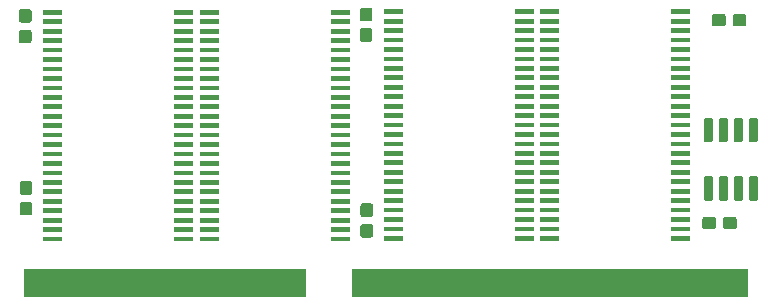
<source format=gbr>
G04 #@! TF.GenerationSoftware,KiCad,Pcbnew,5.1.5*
G04 #@! TF.CreationDate,2020-05-24T12:25:34+08:00*
G04 #@! TF.ProjectId,EDO RAM Stick Recreated,45444f20-5241-44d2-9053-7469636b2052,01*
G04 #@! TF.SameCoordinates,Original*
G04 #@! TF.FileFunction,Soldermask,Top*
G04 #@! TF.FilePolarity,Negative*
%FSLAX46Y46*%
G04 Gerber Fmt 4.6, Leading zero omitted, Abs format (unit mm)*
G04 Created by KiCad (PCBNEW 5.1.5) date 2020-05-24 12:25:34*
%MOMM*%
%LPD*%
G04 APERTURE LIST*
%ADD10C,0.100000*%
G04 APERTURE END LIST*
D10*
G36*
X91497699Y-76797599D02*
G01*
X67595699Y-76797599D01*
X67595699Y-74395599D01*
X91497699Y-74395599D01*
X91497699Y-76797599D01*
G37*
G36*
X128897699Y-76797599D02*
G01*
X95395699Y-76797599D01*
X95395699Y-74395599D01*
X128897699Y-74395599D01*
X128897699Y-76797599D01*
G37*
G36*
X84103400Y-72081800D02*
G01*
X82501400Y-72081800D01*
X82501400Y-71679800D01*
X84103400Y-71679800D01*
X84103400Y-72081800D01*
G37*
G36*
X95203400Y-72081800D02*
G01*
X93601400Y-72081800D01*
X93601400Y-71679800D01*
X95203400Y-71679800D01*
X95203400Y-72081800D01*
G37*
G36*
X81944600Y-72081800D02*
G01*
X80342600Y-72081800D01*
X80342600Y-71679800D01*
X81944600Y-71679800D01*
X81944600Y-72081800D01*
G37*
G36*
X70844600Y-72081800D02*
G01*
X69242600Y-72081800D01*
X69242600Y-71679800D01*
X70844600Y-71679800D01*
X70844600Y-72081800D01*
G37*
G36*
X112907000Y-72031000D02*
G01*
X111305000Y-72031000D01*
X111305000Y-71629000D01*
X112907000Y-71629000D01*
X112907000Y-72031000D01*
G37*
G36*
X110799000Y-72031000D02*
G01*
X109197000Y-72031000D01*
X109197000Y-71629000D01*
X110799000Y-71629000D01*
X110799000Y-72031000D01*
G37*
G36*
X99699000Y-72031000D02*
G01*
X98097000Y-72031000D01*
X98097000Y-71629000D01*
X99699000Y-71629000D01*
X99699000Y-72031000D01*
G37*
G36*
X124007000Y-72031000D02*
G01*
X122405000Y-72031000D01*
X122405000Y-71629000D01*
X124007000Y-71629000D01*
X124007000Y-72031000D01*
G37*
G36*
X96986099Y-70610645D02*
G01*
X97023595Y-70622020D01*
X97058154Y-70640492D01*
X97088447Y-70665353D01*
X97113308Y-70695646D01*
X97131780Y-70730205D01*
X97143155Y-70767701D01*
X97147600Y-70812838D01*
X97147600Y-71551562D01*
X97143155Y-71596699D01*
X97131780Y-71634195D01*
X97113308Y-71668754D01*
X97088447Y-71699047D01*
X97058154Y-71723908D01*
X97023595Y-71742380D01*
X96986099Y-71753755D01*
X96940962Y-71758200D01*
X96302238Y-71758200D01*
X96257101Y-71753755D01*
X96219605Y-71742380D01*
X96185046Y-71723908D01*
X96154753Y-71699047D01*
X96129892Y-71668754D01*
X96111420Y-71634195D01*
X96100045Y-71596699D01*
X96095600Y-71551562D01*
X96095600Y-70812838D01*
X96100045Y-70767701D01*
X96111420Y-70730205D01*
X96129892Y-70695646D01*
X96154753Y-70665353D01*
X96185046Y-70640492D01*
X96219605Y-70622020D01*
X96257101Y-70610645D01*
X96302238Y-70606200D01*
X96940962Y-70606200D01*
X96986099Y-70610645D01*
G37*
G36*
X81944600Y-71281800D02*
G01*
X80342600Y-71281800D01*
X80342600Y-70879800D01*
X81944600Y-70879800D01*
X81944600Y-71281800D01*
G37*
G36*
X95203400Y-71281800D02*
G01*
X93601400Y-71281800D01*
X93601400Y-70879800D01*
X95203400Y-70879800D01*
X95203400Y-71281800D01*
G37*
G36*
X70844600Y-71281800D02*
G01*
X69242600Y-71281800D01*
X69242600Y-70879800D01*
X70844600Y-70879800D01*
X70844600Y-71281800D01*
G37*
G36*
X84103400Y-71281800D02*
G01*
X82501400Y-71281800D01*
X82501400Y-70879800D01*
X84103400Y-70879800D01*
X84103400Y-71281800D01*
G37*
G36*
X124007000Y-71231000D02*
G01*
X122405000Y-71231000D01*
X122405000Y-70829000D01*
X124007000Y-70829000D01*
X124007000Y-71231000D01*
G37*
G36*
X112907000Y-71231000D02*
G01*
X111305000Y-71231000D01*
X111305000Y-70829000D01*
X112907000Y-70829000D01*
X112907000Y-71231000D01*
G37*
G36*
X110799000Y-71231000D02*
G01*
X109197000Y-71231000D01*
X109197000Y-70829000D01*
X110799000Y-70829000D01*
X110799000Y-71231000D01*
G37*
G36*
X99699000Y-71231000D02*
G01*
X98097000Y-71231000D01*
X98097000Y-70829000D01*
X99699000Y-70829000D01*
X99699000Y-71231000D01*
G37*
G36*
X127781499Y-69988845D02*
G01*
X127818995Y-70000220D01*
X127853554Y-70018692D01*
X127883847Y-70043553D01*
X127908708Y-70073846D01*
X127927180Y-70108405D01*
X127938555Y-70145901D01*
X127943000Y-70191038D01*
X127943000Y-70829762D01*
X127938555Y-70874899D01*
X127927180Y-70912395D01*
X127908708Y-70946954D01*
X127883847Y-70977247D01*
X127853554Y-71002108D01*
X127818995Y-71020580D01*
X127781499Y-71031955D01*
X127736362Y-71036400D01*
X126997638Y-71036400D01*
X126952501Y-71031955D01*
X126915005Y-71020580D01*
X126880446Y-71002108D01*
X126850153Y-70977247D01*
X126825292Y-70946954D01*
X126806820Y-70912395D01*
X126795445Y-70874899D01*
X126791000Y-70829762D01*
X126791000Y-70191038D01*
X126795445Y-70145901D01*
X126806820Y-70108405D01*
X126825292Y-70073846D01*
X126850153Y-70043553D01*
X126880446Y-70018692D01*
X126915005Y-70000220D01*
X126952501Y-69988845D01*
X126997638Y-69984400D01*
X127736362Y-69984400D01*
X127781499Y-69988845D01*
G37*
G36*
X126031499Y-69988845D02*
G01*
X126068995Y-70000220D01*
X126103554Y-70018692D01*
X126133847Y-70043553D01*
X126158708Y-70073846D01*
X126177180Y-70108405D01*
X126188555Y-70145901D01*
X126193000Y-70191038D01*
X126193000Y-70829762D01*
X126188555Y-70874899D01*
X126177180Y-70912395D01*
X126158708Y-70946954D01*
X126133847Y-70977247D01*
X126103554Y-71002108D01*
X126068995Y-71020580D01*
X126031499Y-71031955D01*
X125986362Y-71036400D01*
X125247638Y-71036400D01*
X125202501Y-71031955D01*
X125165005Y-71020580D01*
X125130446Y-71002108D01*
X125100153Y-70977247D01*
X125075292Y-70946954D01*
X125056820Y-70912395D01*
X125045445Y-70874899D01*
X125041000Y-70829762D01*
X125041000Y-70191038D01*
X125045445Y-70145901D01*
X125056820Y-70108405D01*
X125075292Y-70073846D01*
X125100153Y-70043553D01*
X125130446Y-70018692D01*
X125165005Y-70000220D01*
X125202501Y-69988845D01*
X125247638Y-69984400D01*
X125986362Y-69984400D01*
X126031499Y-69988845D01*
G37*
G36*
X70844600Y-70481800D02*
G01*
X69242600Y-70481800D01*
X69242600Y-70079800D01*
X70844600Y-70079800D01*
X70844600Y-70481800D01*
G37*
G36*
X81944600Y-70481800D02*
G01*
X80342600Y-70481800D01*
X80342600Y-70079800D01*
X81944600Y-70079800D01*
X81944600Y-70481800D01*
G37*
G36*
X84103400Y-70481800D02*
G01*
X82501400Y-70481800D01*
X82501400Y-70079800D01*
X84103400Y-70079800D01*
X84103400Y-70481800D01*
G37*
G36*
X95203400Y-70481800D02*
G01*
X93601400Y-70481800D01*
X93601400Y-70079800D01*
X95203400Y-70079800D01*
X95203400Y-70481800D01*
G37*
G36*
X112907000Y-70431000D02*
G01*
X111305000Y-70431000D01*
X111305000Y-70029000D01*
X112907000Y-70029000D01*
X112907000Y-70431000D01*
G37*
G36*
X124007000Y-70431000D02*
G01*
X122405000Y-70431000D01*
X122405000Y-70029000D01*
X124007000Y-70029000D01*
X124007000Y-70431000D01*
G37*
G36*
X110799000Y-70431000D02*
G01*
X109197000Y-70431000D01*
X109197000Y-70029000D01*
X110799000Y-70029000D01*
X110799000Y-70431000D01*
G37*
G36*
X99699000Y-70431000D02*
G01*
X98097000Y-70431000D01*
X98097000Y-70029000D01*
X99699000Y-70029000D01*
X99699000Y-70431000D01*
G37*
G36*
X96986099Y-68860645D02*
G01*
X97023595Y-68872020D01*
X97058154Y-68890492D01*
X97088447Y-68915353D01*
X97113308Y-68945646D01*
X97131780Y-68980205D01*
X97143155Y-69017701D01*
X97147600Y-69062838D01*
X97147600Y-69801562D01*
X97143155Y-69846699D01*
X97131780Y-69884195D01*
X97113308Y-69918754D01*
X97088447Y-69949047D01*
X97058154Y-69973908D01*
X97023595Y-69992380D01*
X96986099Y-70003755D01*
X96940962Y-70008200D01*
X96302238Y-70008200D01*
X96257101Y-70003755D01*
X96219605Y-69992380D01*
X96185046Y-69973908D01*
X96154753Y-69949047D01*
X96129892Y-69918754D01*
X96111420Y-69884195D01*
X96100045Y-69846699D01*
X96095600Y-69801562D01*
X96095600Y-69062838D01*
X96100045Y-69017701D01*
X96111420Y-68980205D01*
X96129892Y-68945646D01*
X96154753Y-68915353D01*
X96185046Y-68890492D01*
X96219605Y-68872020D01*
X96257101Y-68860645D01*
X96302238Y-68856200D01*
X96940962Y-68856200D01*
X96986099Y-68860645D01*
G37*
G36*
X68131699Y-68731045D02*
G01*
X68169195Y-68742420D01*
X68203754Y-68760892D01*
X68234047Y-68785753D01*
X68258908Y-68816046D01*
X68277380Y-68850605D01*
X68288755Y-68888101D01*
X68293200Y-68933238D01*
X68293200Y-69671962D01*
X68288755Y-69717099D01*
X68277380Y-69754595D01*
X68258908Y-69789154D01*
X68234047Y-69819447D01*
X68203754Y-69844308D01*
X68169195Y-69862780D01*
X68131699Y-69874155D01*
X68086562Y-69878600D01*
X67447838Y-69878600D01*
X67402701Y-69874155D01*
X67365205Y-69862780D01*
X67330646Y-69844308D01*
X67300353Y-69819447D01*
X67275492Y-69789154D01*
X67257020Y-69754595D01*
X67245645Y-69717099D01*
X67241200Y-69671962D01*
X67241200Y-68933238D01*
X67245645Y-68888101D01*
X67257020Y-68850605D01*
X67275492Y-68816046D01*
X67300353Y-68785753D01*
X67330646Y-68760892D01*
X67365205Y-68742420D01*
X67402701Y-68731045D01*
X67447838Y-68726600D01*
X68086562Y-68726600D01*
X68131699Y-68731045D01*
G37*
G36*
X81944600Y-69681800D02*
G01*
X80342600Y-69681800D01*
X80342600Y-69279800D01*
X81944600Y-69279800D01*
X81944600Y-69681800D01*
G37*
G36*
X84103400Y-69681800D02*
G01*
X82501400Y-69681800D01*
X82501400Y-69279800D01*
X84103400Y-69279800D01*
X84103400Y-69681800D01*
G37*
G36*
X95203400Y-69681800D02*
G01*
X93601400Y-69681800D01*
X93601400Y-69279800D01*
X95203400Y-69279800D01*
X95203400Y-69681800D01*
G37*
G36*
X70844600Y-69681800D02*
G01*
X69242600Y-69681800D01*
X69242600Y-69279800D01*
X70844600Y-69279800D01*
X70844600Y-69681800D01*
G37*
G36*
X99699000Y-69631000D02*
G01*
X98097000Y-69631000D01*
X98097000Y-69229000D01*
X99699000Y-69229000D01*
X99699000Y-69631000D01*
G37*
G36*
X112907000Y-69631000D02*
G01*
X111305000Y-69631000D01*
X111305000Y-69229000D01*
X112907000Y-69229000D01*
X112907000Y-69631000D01*
G37*
G36*
X110799000Y-69631000D02*
G01*
X109197000Y-69631000D01*
X109197000Y-69229000D01*
X110799000Y-69229000D01*
X110799000Y-69631000D01*
G37*
G36*
X124007000Y-69631000D02*
G01*
X122405000Y-69631000D01*
X122405000Y-69229000D01*
X124007000Y-69229000D01*
X124007000Y-69631000D01*
G37*
G36*
X84103400Y-68881800D02*
G01*
X82501400Y-68881800D01*
X82501400Y-68479800D01*
X84103400Y-68479800D01*
X84103400Y-68881800D01*
G37*
G36*
X70844600Y-68881800D02*
G01*
X69242600Y-68881800D01*
X69242600Y-68479800D01*
X70844600Y-68479800D01*
X70844600Y-68881800D01*
G37*
G36*
X81944600Y-68881800D02*
G01*
X80342600Y-68881800D01*
X80342600Y-68479800D01*
X81944600Y-68479800D01*
X81944600Y-68881800D01*
G37*
G36*
X95203400Y-68881800D02*
G01*
X93601400Y-68881800D01*
X93601400Y-68479800D01*
X95203400Y-68479800D01*
X95203400Y-68881800D01*
G37*
G36*
X112907000Y-68831000D02*
G01*
X111305000Y-68831000D01*
X111305000Y-68429000D01*
X112907000Y-68429000D01*
X112907000Y-68831000D01*
G37*
G36*
X124007000Y-68831000D02*
G01*
X122405000Y-68831000D01*
X122405000Y-68429000D01*
X124007000Y-68429000D01*
X124007000Y-68831000D01*
G37*
G36*
X110799000Y-68831000D02*
G01*
X109197000Y-68831000D01*
X109197000Y-68429000D01*
X110799000Y-68429000D01*
X110799000Y-68831000D01*
G37*
G36*
X99699000Y-68831000D02*
G01*
X98097000Y-68831000D01*
X98097000Y-68429000D01*
X99699000Y-68429000D01*
X99699000Y-68831000D01*
G37*
G36*
X127082128Y-66577364D02*
G01*
X127103209Y-66583760D01*
X127122645Y-66594148D01*
X127139676Y-66608124D01*
X127153652Y-66625155D01*
X127164040Y-66644591D01*
X127170436Y-66665672D01*
X127173200Y-66693740D01*
X127173200Y-68507460D01*
X127170436Y-68535528D01*
X127164040Y-68556609D01*
X127153652Y-68576045D01*
X127139676Y-68593076D01*
X127122645Y-68607052D01*
X127103209Y-68617440D01*
X127082128Y-68623836D01*
X127054060Y-68626600D01*
X126590340Y-68626600D01*
X126562272Y-68623836D01*
X126541191Y-68617440D01*
X126521755Y-68607052D01*
X126504724Y-68593076D01*
X126490748Y-68576045D01*
X126480360Y-68556609D01*
X126473964Y-68535528D01*
X126471200Y-68507460D01*
X126471200Y-66693740D01*
X126473964Y-66665672D01*
X126480360Y-66644591D01*
X126490748Y-66625155D01*
X126504724Y-66608124D01*
X126521755Y-66594148D01*
X126541191Y-66583760D01*
X126562272Y-66577364D01*
X126590340Y-66574600D01*
X127054060Y-66574600D01*
X127082128Y-66577364D01*
G37*
G36*
X125812128Y-66577364D02*
G01*
X125833209Y-66583760D01*
X125852645Y-66594148D01*
X125869676Y-66608124D01*
X125883652Y-66625155D01*
X125894040Y-66644591D01*
X125900436Y-66665672D01*
X125903200Y-66693740D01*
X125903200Y-68507460D01*
X125900436Y-68535528D01*
X125894040Y-68556609D01*
X125883652Y-68576045D01*
X125869676Y-68593076D01*
X125852645Y-68607052D01*
X125833209Y-68617440D01*
X125812128Y-68623836D01*
X125784060Y-68626600D01*
X125320340Y-68626600D01*
X125292272Y-68623836D01*
X125271191Y-68617440D01*
X125251755Y-68607052D01*
X125234724Y-68593076D01*
X125220748Y-68576045D01*
X125210360Y-68556609D01*
X125203964Y-68535528D01*
X125201200Y-68507460D01*
X125201200Y-66693740D01*
X125203964Y-66665672D01*
X125210360Y-66644591D01*
X125220748Y-66625155D01*
X125234724Y-66608124D01*
X125251755Y-66594148D01*
X125271191Y-66583760D01*
X125292272Y-66577364D01*
X125320340Y-66574600D01*
X125784060Y-66574600D01*
X125812128Y-66577364D01*
G37*
G36*
X129622128Y-66577364D02*
G01*
X129643209Y-66583760D01*
X129662645Y-66594148D01*
X129679676Y-66608124D01*
X129693652Y-66625155D01*
X129704040Y-66644591D01*
X129710436Y-66665672D01*
X129713200Y-66693740D01*
X129713200Y-68507460D01*
X129710436Y-68535528D01*
X129704040Y-68556609D01*
X129693652Y-68576045D01*
X129679676Y-68593076D01*
X129662645Y-68607052D01*
X129643209Y-68617440D01*
X129622128Y-68623836D01*
X129594060Y-68626600D01*
X129130340Y-68626600D01*
X129102272Y-68623836D01*
X129081191Y-68617440D01*
X129061755Y-68607052D01*
X129044724Y-68593076D01*
X129030748Y-68576045D01*
X129020360Y-68556609D01*
X129013964Y-68535528D01*
X129011200Y-68507460D01*
X129011200Y-66693740D01*
X129013964Y-66665672D01*
X129020360Y-66644591D01*
X129030748Y-66625155D01*
X129044724Y-66608124D01*
X129061755Y-66594148D01*
X129081191Y-66583760D01*
X129102272Y-66577364D01*
X129130340Y-66574600D01*
X129594060Y-66574600D01*
X129622128Y-66577364D01*
G37*
G36*
X128352128Y-66577364D02*
G01*
X128373209Y-66583760D01*
X128392645Y-66594148D01*
X128409676Y-66608124D01*
X128423652Y-66625155D01*
X128434040Y-66644591D01*
X128440436Y-66665672D01*
X128443200Y-66693740D01*
X128443200Y-68507460D01*
X128440436Y-68535528D01*
X128434040Y-68556609D01*
X128423652Y-68576045D01*
X128409676Y-68593076D01*
X128392645Y-68607052D01*
X128373209Y-68617440D01*
X128352128Y-68623836D01*
X128324060Y-68626600D01*
X127860340Y-68626600D01*
X127832272Y-68623836D01*
X127811191Y-68617440D01*
X127791755Y-68607052D01*
X127774724Y-68593076D01*
X127760748Y-68576045D01*
X127750360Y-68556609D01*
X127743964Y-68535528D01*
X127741200Y-68507460D01*
X127741200Y-66693740D01*
X127743964Y-66665672D01*
X127750360Y-66644591D01*
X127760748Y-66625155D01*
X127774724Y-66608124D01*
X127791755Y-66594148D01*
X127811191Y-66583760D01*
X127832272Y-66577364D01*
X127860340Y-66574600D01*
X128324060Y-66574600D01*
X128352128Y-66577364D01*
G37*
G36*
X68131699Y-66981045D02*
G01*
X68169195Y-66992420D01*
X68203754Y-67010892D01*
X68234047Y-67035753D01*
X68258908Y-67066046D01*
X68277380Y-67100605D01*
X68288755Y-67138101D01*
X68293200Y-67183238D01*
X68293200Y-67921962D01*
X68288755Y-67967099D01*
X68277380Y-68004595D01*
X68258908Y-68039154D01*
X68234047Y-68069447D01*
X68203754Y-68094308D01*
X68169195Y-68112780D01*
X68131699Y-68124155D01*
X68086562Y-68128600D01*
X67447838Y-68128600D01*
X67402701Y-68124155D01*
X67365205Y-68112780D01*
X67330646Y-68094308D01*
X67300353Y-68069447D01*
X67275492Y-68039154D01*
X67257020Y-68004595D01*
X67245645Y-67967099D01*
X67241200Y-67921962D01*
X67241200Y-67183238D01*
X67245645Y-67138101D01*
X67257020Y-67100605D01*
X67275492Y-67066046D01*
X67300353Y-67035753D01*
X67330646Y-67010892D01*
X67365205Y-66992420D01*
X67402701Y-66981045D01*
X67447838Y-66976600D01*
X68086562Y-66976600D01*
X68131699Y-66981045D01*
G37*
G36*
X70844600Y-68081800D02*
G01*
X69242600Y-68081800D01*
X69242600Y-67679800D01*
X70844600Y-67679800D01*
X70844600Y-68081800D01*
G37*
G36*
X81944600Y-68081800D02*
G01*
X80342600Y-68081800D01*
X80342600Y-67679800D01*
X81944600Y-67679800D01*
X81944600Y-68081800D01*
G37*
G36*
X84103400Y-68081800D02*
G01*
X82501400Y-68081800D01*
X82501400Y-67679800D01*
X84103400Y-67679800D01*
X84103400Y-68081800D01*
G37*
G36*
X95203400Y-68081800D02*
G01*
X93601400Y-68081800D01*
X93601400Y-67679800D01*
X95203400Y-67679800D01*
X95203400Y-68081800D01*
G37*
G36*
X99699000Y-68031000D02*
G01*
X98097000Y-68031000D01*
X98097000Y-67629000D01*
X99699000Y-67629000D01*
X99699000Y-68031000D01*
G37*
G36*
X110799000Y-68031000D02*
G01*
X109197000Y-68031000D01*
X109197000Y-67629000D01*
X110799000Y-67629000D01*
X110799000Y-68031000D01*
G37*
G36*
X112907000Y-68031000D02*
G01*
X111305000Y-68031000D01*
X111305000Y-67629000D01*
X112907000Y-67629000D01*
X112907000Y-68031000D01*
G37*
G36*
X124007000Y-68031000D02*
G01*
X122405000Y-68031000D01*
X122405000Y-67629000D01*
X124007000Y-67629000D01*
X124007000Y-68031000D01*
G37*
G36*
X81944600Y-67281800D02*
G01*
X80342600Y-67281800D01*
X80342600Y-66879800D01*
X81944600Y-66879800D01*
X81944600Y-67281800D01*
G37*
G36*
X70844600Y-67281800D02*
G01*
X69242600Y-67281800D01*
X69242600Y-66879800D01*
X70844600Y-66879800D01*
X70844600Y-67281800D01*
G37*
G36*
X84103400Y-67281800D02*
G01*
X82501400Y-67281800D01*
X82501400Y-66879800D01*
X84103400Y-66879800D01*
X84103400Y-67281800D01*
G37*
G36*
X95203400Y-67281800D02*
G01*
X93601400Y-67281800D01*
X93601400Y-66879800D01*
X95203400Y-66879800D01*
X95203400Y-67281800D01*
G37*
G36*
X110799000Y-67231000D02*
G01*
X109197000Y-67231000D01*
X109197000Y-66829000D01*
X110799000Y-66829000D01*
X110799000Y-67231000D01*
G37*
G36*
X99699000Y-67231000D02*
G01*
X98097000Y-67231000D01*
X98097000Y-66829000D01*
X99699000Y-66829000D01*
X99699000Y-67231000D01*
G37*
G36*
X112907000Y-67231000D02*
G01*
X111305000Y-67231000D01*
X111305000Y-66829000D01*
X112907000Y-66829000D01*
X112907000Y-67231000D01*
G37*
G36*
X124007000Y-67231000D02*
G01*
X122405000Y-67231000D01*
X122405000Y-66829000D01*
X124007000Y-66829000D01*
X124007000Y-67231000D01*
G37*
G36*
X70844600Y-66481800D02*
G01*
X69242600Y-66481800D01*
X69242600Y-66079800D01*
X70844600Y-66079800D01*
X70844600Y-66481800D01*
G37*
G36*
X84103400Y-66481800D02*
G01*
X82501400Y-66481800D01*
X82501400Y-66079800D01*
X84103400Y-66079800D01*
X84103400Y-66481800D01*
G37*
G36*
X81944600Y-66481800D02*
G01*
X80342600Y-66481800D01*
X80342600Y-66079800D01*
X81944600Y-66079800D01*
X81944600Y-66481800D01*
G37*
G36*
X95203400Y-66481800D02*
G01*
X93601400Y-66481800D01*
X93601400Y-66079800D01*
X95203400Y-66079800D01*
X95203400Y-66481800D01*
G37*
G36*
X110799000Y-66431000D02*
G01*
X109197000Y-66431000D01*
X109197000Y-66029000D01*
X110799000Y-66029000D01*
X110799000Y-66431000D01*
G37*
G36*
X99699000Y-66431000D02*
G01*
X98097000Y-66431000D01*
X98097000Y-66029000D01*
X99699000Y-66029000D01*
X99699000Y-66431000D01*
G37*
G36*
X112907000Y-66431000D02*
G01*
X111305000Y-66431000D01*
X111305000Y-66029000D01*
X112907000Y-66029000D01*
X112907000Y-66431000D01*
G37*
G36*
X124007000Y-66431000D02*
G01*
X122405000Y-66431000D01*
X122405000Y-66029000D01*
X124007000Y-66029000D01*
X124007000Y-66431000D01*
G37*
G36*
X81944600Y-65681800D02*
G01*
X80342600Y-65681800D01*
X80342600Y-65279800D01*
X81944600Y-65279800D01*
X81944600Y-65681800D01*
G37*
G36*
X95203400Y-65681800D02*
G01*
X93601400Y-65681800D01*
X93601400Y-65279800D01*
X95203400Y-65279800D01*
X95203400Y-65681800D01*
G37*
G36*
X70844600Y-65681800D02*
G01*
X69242600Y-65681800D01*
X69242600Y-65279800D01*
X70844600Y-65279800D01*
X70844600Y-65681800D01*
G37*
G36*
X84103400Y-65681800D02*
G01*
X82501400Y-65681800D01*
X82501400Y-65279800D01*
X84103400Y-65279800D01*
X84103400Y-65681800D01*
G37*
G36*
X112907000Y-65631000D02*
G01*
X111305000Y-65631000D01*
X111305000Y-65229000D01*
X112907000Y-65229000D01*
X112907000Y-65631000D01*
G37*
G36*
X99699000Y-65631000D02*
G01*
X98097000Y-65631000D01*
X98097000Y-65229000D01*
X99699000Y-65229000D01*
X99699000Y-65631000D01*
G37*
G36*
X124007000Y-65631000D02*
G01*
X122405000Y-65631000D01*
X122405000Y-65229000D01*
X124007000Y-65229000D01*
X124007000Y-65631000D01*
G37*
G36*
X110799000Y-65631000D02*
G01*
X109197000Y-65631000D01*
X109197000Y-65229000D01*
X110799000Y-65229000D01*
X110799000Y-65631000D01*
G37*
G36*
X81944600Y-64881800D02*
G01*
X80342600Y-64881800D01*
X80342600Y-64479800D01*
X81944600Y-64479800D01*
X81944600Y-64881800D01*
G37*
G36*
X84103400Y-64881800D02*
G01*
X82501400Y-64881800D01*
X82501400Y-64479800D01*
X84103400Y-64479800D01*
X84103400Y-64881800D01*
G37*
G36*
X95203400Y-64881800D02*
G01*
X93601400Y-64881800D01*
X93601400Y-64479800D01*
X95203400Y-64479800D01*
X95203400Y-64881800D01*
G37*
G36*
X70844600Y-64881800D02*
G01*
X69242600Y-64881800D01*
X69242600Y-64479800D01*
X70844600Y-64479800D01*
X70844600Y-64881800D01*
G37*
G36*
X99699000Y-64831000D02*
G01*
X98097000Y-64831000D01*
X98097000Y-64429000D01*
X99699000Y-64429000D01*
X99699000Y-64831000D01*
G37*
G36*
X110799000Y-64831000D02*
G01*
X109197000Y-64831000D01*
X109197000Y-64429000D01*
X110799000Y-64429000D01*
X110799000Y-64831000D01*
G37*
G36*
X112907000Y-64831000D02*
G01*
X111305000Y-64831000D01*
X111305000Y-64429000D01*
X112907000Y-64429000D01*
X112907000Y-64831000D01*
G37*
G36*
X124007000Y-64831000D02*
G01*
X122405000Y-64831000D01*
X122405000Y-64429000D01*
X124007000Y-64429000D01*
X124007000Y-64831000D01*
G37*
G36*
X81944600Y-64081800D02*
G01*
X80342600Y-64081800D01*
X80342600Y-63679800D01*
X81944600Y-63679800D01*
X81944600Y-64081800D01*
G37*
G36*
X70844600Y-64081800D02*
G01*
X69242600Y-64081800D01*
X69242600Y-63679800D01*
X70844600Y-63679800D01*
X70844600Y-64081800D01*
G37*
G36*
X95203400Y-64081800D02*
G01*
X93601400Y-64081800D01*
X93601400Y-63679800D01*
X95203400Y-63679800D01*
X95203400Y-64081800D01*
G37*
G36*
X84103400Y-64081800D02*
G01*
X82501400Y-64081800D01*
X82501400Y-63679800D01*
X84103400Y-63679800D01*
X84103400Y-64081800D01*
G37*
G36*
X124007000Y-64031000D02*
G01*
X122405000Y-64031000D01*
X122405000Y-63629000D01*
X124007000Y-63629000D01*
X124007000Y-64031000D01*
G37*
G36*
X99699000Y-64031000D02*
G01*
X98097000Y-64031000D01*
X98097000Y-63629000D01*
X99699000Y-63629000D01*
X99699000Y-64031000D01*
G37*
G36*
X110799000Y-64031000D02*
G01*
X109197000Y-64031000D01*
X109197000Y-63629000D01*
X110799000Y-63629000D01*
X110799000Y-64031000D01*
G37*
G36*
X112907000Y-64031000D02*
G01*
X111305000Y-64031000D01*
X111305000Y-63629000D01*
X112907000Y-63629000D01*
X112907000Y-64031000D01*
G37*
G36*
X129622128Y-61627364D02*
G01*
X129643209Y-61633760D01*
X129662645Y-61644148D01*
X129679676Y-61658124D01*
X129693652Y-61675155D01*
X129704040Y-61694591D01*
X129710436Y-61715672D01*
X129713200Y-61743740D01*
X129713200Y-63557460D01*
X129710436Y-63585528D01*
X129704040Y-63606609D01*
X129693652Y-63626045D01*
X129679676Y-63643076D01*
X129662645Y-63657052D01*
X129643209Y-63667440D01*
X129622128Y-63673836D01*
X129594060Y-63676600D01*
X129130340Y-63676600D01*
X129102272Y-63673836D01*
X129081191Y-63667440D01*
X129061755Y-63657052D01*
X129044724Y-63643076D01*
X129030748Y-63626045D01*
X129020360Y-63606609D01*
X129013964Y-63585528D01*
X129011200Y-63557460D01*
X129011200Y-61743740D01*
X129013964Y-61715672D01*
X129020360Y-61694591D01*
X129030748Y-61675155D01*
X129044724Y-61658124D01*
X129061755Y-61644148D01*
X129081191Y-61633760D01*
X129102272Y-61627364D01*
X129130340Y-61624600D01*
X129594060Y-61624600D01*
X129622128Y-61627364D01*
G37*
G36*
X128352128Y-61627364D02*
G01*
X128373209Y-61633760D01*
X128392645Y-61644148D01*
X128409676Y-61658124D01*
X128423652Y-61675155D01*
X128434040Y-61694591D01*
X128440436Y-61715672D01*
X128443200Y-61743740D01*
X128443200Y-63557460D01*
X128440436Y-63585528D01*
X128434040Y-63606609D01*
X128423652Y-63626045D01*
X128409676Y-63643076D01*
X128392645Y-63657052D01*
X128373209Y-63667440D01*
X128352128Y-63673836D01*
X128324060Y-63676600D01*
X127860340Y-63676600D01*
X127832272Y-63673836D01*
X127811191Y-63667440D01*
X127791755Y-63657052D01*
X127774724Y-63643076D01*
X127760748Y-63626045D01*
X127750360Y-63606609D01*
X127743964Y-63585528D01*
X127741200Y-63557460D01*
X127741200Y-61743740D01*
X127743964Y-61715672D01*
X127750360Y-61694591D01*
X127760748Y-61675155D01*
X127774724Y-61658124D01*
X127791755Y-61644148D01*
X127811191Y-61633760D01*
X127832272Y-61627364D01*
X127860340Y-61624600D01*
X128324060Y-61624600D01*
X128352128Y-61627364D01*
G37*
G36*
X127082128Y-61627364D02*
G01*
X127103209Y-61633760D01*
X127122645Y-61644148D01*
X127139676Y-61658124D01*
X127153652Y-61675155D01*
X127164040Y-61694591D01*
X127170436Y-61715672D01*
X127173200Y-61743740D01*
X127173200Y-63557460D01*
X127170436Y-63585528D01*
X127164040Y-63606609D01*
X127153652Y-63626045D01*
X127139676Y-63643076D01*
X127122645Y-63657052D01*
X127103209Y-63667440D01*
X127082128Y-63673836D01*
X127054060Y-63676600D01*
X126590340Y-63676600D01*
X126562272Y-63673836D01*
X126541191Y-63667440D01*
X126521755Y-63657052D01*
X126504724Y-63643076D01*
X126490748Y-63626045D01*
X126480360Y-63606609D01*
X126473964Y-63585528D01*
X126471200Y-63557460D01*
X126471200Y-61743740D01*
X126473964Y-61715672D01*
X126480360Y-61694591D01*
X126490748Y-61675155D01*
X126504724Y-61658124D01*
X126521755Y-61644148D01*
X126541191Y-61633760D01*
X126562272Y-61627364D01*
X126590340Y-61624600D01*
X127054060Y-61624600D01*
X127082128Y-61627364D01*
G37*
G36*
X125812128Y-61627364D02*
G01*
X125833209Y-61633760D01*
X125852645Y-61644148D01*
X125869676Y-61658124D01*
X125883652Y-61675155D01*
X125894040Y-61694591D01*
X125900436Y-61715672D01*
X125903200Y-61743740D01*
X125903200Y-63557460D01*
X125900436Y-63585528D01*
X125894040Y-63606609D01*
X125883652Y-63626045D01*
X125869676Y-63643076D01*
X125852645Y-63657052D01*
X125833209Y-63667440D01*
X125812128Y-63673836D01*
X125784060Y-63676600D01*
X125320340Y-63676600D01*
X125292272Y-63673836D01*
X125271191Y-63667440D01*
X125251755Y-63657052D01*
X125234724Y-63643076D01*
X125220748Y-63626045D01*
X125210360Y-63606609D01*
X125203964Y-63585528D01*
X125201200Y-63557460D01*
X125201200Y-61743740D01*
X125203964Y-61715672D01*
X125210360Y-61694591D01*
X125220748Y-61675155D01*
X125234724Y-61658124D01*
X125251755Y-61644148D01*
X125271191Y-61633760D01*
X125292272Y-61627364D01*
X125320340Y-61624600D01*
X125784060Y-61624600D01*
X125812128Y-61627364D01*
G37*
G36*
X70844600Y-63281800D02*
G01*
X69242600Y-63281800D01*
X69242600Y-62879800D01*
X70844600Y-62879800D01*
X70844600Y-63281800D01*
G37*
G36*
X81944600Y-63281800D02*
G01*
X80342600Y-63281800D01*
X80342600Y-62879800D01*
X81944600Y-62879800D01*
X81944600Y-63281800D01*
G37*
G36*
X95203400Y-63281800D02*
G01*
X93601400Y-63281800D01*
X93601400Y-62879800D01*
X95203400Y-62879800D01*
X95203400Y-63281800D01*
G37*
G36*
X84103400Y-63281800D02*
G01*
X82501400Y-63281800D01*
X82501400Y-62879800D01*
X84103400Y-62879800D01*
X84103400Y-63281800D01*
G37*
G36*
X110799000Y-63231000D02*
G01*
X109197000Y-63231000D01*
X109197000Y-62829000D01*
X110799000Y-62829000D01*
X110799000Y-63231000D01*
G37*
G36*
X99699000Y-63231000D02*
G01*
X98097000Y-63231000D01*
X98097000Y-62829000D01*
X99699000Y-62829000D01*
X99699000Y-63231000D01*
G37*
G36*
X112907000Y-63231000D02*
G01*
X111305000Y-63231000D01*
X111305000Y-62829000D01*
X112907000Y-62829000D01*
X112907000Y-63231000D01*
G37*
G36*
X124007000Y-63231000D02*
G01*
X122405000Y-63231000D01*
X122405000Y-62829000D01*
X124007000Y-62829000D01*
X124007000Y-63231000D01*
G37*
G36*
X84103400Y-62481800D02*
G01*
X82501400Y-62481800D01*
X82501400Y-62079800D01*
X84103400Y-62079800D01*
X84103400Y-62481800D01*
G37*
G36*
X81944600Y-62481800D02*
G01*
X80342600Y-62481800D01*
X80342600Y-62079800D01*
X81944600Y-62079800D01*
X81944600Y-62481800D01*
G37*
G36*
X70844600Y-62481800D02*
G01*
X69242600Y-62481800D01*
X69242600Y-62079800D01*
X70844600Y-62079800D01*
X70844600Y-62481800D01*
G37*
G36*
X95203400Y-62481800D02*
G01*
X93601400Y-62481800D01*
X93601400Y-62079800D01*
X95203400Y-62079800D01*
X95203400Y-62481800D01*
G37*
G36*
X112907000Y-62431000D02*
G01*
X111305000Y-62431000D01*
X111305000Y-62029000D01*
X112907000Y-62029000D01*
X112907000Y-62431000D01*
G37*
G36*
X124007000Y-62431000D02*
G01*
X122405000Y-62431000D01*
X122405000Y-62029000D01*
X124007000Y-62029000D01*
X124007000Y-62431000D01*
G37*
G36*
X110799000Y-62431000D02*
G01*
X109197000Y-62431000D01*
X109197000Y-62029000D01*
X110799000Y-62029000D01*
X110799000Y-62431000D01*
G37*
G36*
X99699000Y-62431000D02*
G01*
X98097000Y-62431000D01*
X98097000Y-62029000D01*
X99699000Y-62029000D01*
X99699000Y-62431000D01*
G37*
G36*
X84103400Y-61681800D02*
G01*
X82501400Y-61681800D01*
X82501400Y-61279800D01*
X84103400Y-61279800D01*
X84103400Y-61681800D01*
G37*
G36*
X95203400Y-61681800D02*
G01*
X93601400Y-61681800D01*
X93601400Y-61279800D01*
X95203400Y-61279800D01*
X95203400Y-61681800D01*
G37*
G36*
X81944600Y-61681800D02*
G01*
X80342600Y-61681800D01*
X80342600Y-61279800D01*
X81944600Y-61279800D01*
X81944600Y-61681800D01*
G37*
G36*
X70844600Y-61681800D02*
G01*
X69242600Y-61681800D01*
X69242600Y-61279800D01*
X70844600Y-61279800D01*
X70844600Y-61681800D01*
G37*
G36*
X110799000Y-61631000D02*
G01*
X109197000Y-61631000D01*
X109197000Y-61229000D01*
X110799000Y-61229000D01*
X110799000Y-61631000D01*
G37*
G36*
X112907000Y-61631000D02*
G01*
X111305000Y-61631000D01*
X111305000Y-61229000D01*
X112907000Y-61229000D01*
X112907000Y-61631000D01*
G37*
G36*
X99699000Y-61631000D02*
G01*
X98097000Y-61631000D01*
X98097000Y-61229000D01*
X99699000Y-61229000D01*
X99699000Y-61631000D01*
G37*
G36*
X124007000Y-61631000D02*
G01*
X122405000Y-61631000D01*
X122405000Y-61229000D01*
X124007000Y-61229000D01*
X124007000Y-61631000D01*
G37*
G36*
X95203400Y-60881800D02*
G01*
X93601400Y-60881800D01*
X93601400Y-60479800D01*
X95203400Y-60479800D01*
X95203400Y-60881800D01*
G37*
G36*
X84103400Y-60881800D02*
G01*
X82501400Y-60881800D01*
X82501400Y-60479800D01*
X84103400Y-60479800D01*
X84103400Y-60881800D01*
G37*
G36*
X81944600Y-60881800D02*
G01*
X80342600Y-60881800D01*
X80342600Y-60479800D01*
X81944600Y-60479800D01*
X81944600Y-60881800D01*
G37*
G36*
X70844600Y-60881800D02*
G01*
X69242600Y-60881800D01*
X69242600Y-60479800D01*
X70844600Y-60479800D01*
X70844600Y-60881800D01*
G37*
G36*
X99699000Y-60831000D02*
G01*
X98097000Y-60831000D01*
X98097000Y-60429000D01*
X99699000Y-60429000D01*
X99699000Y-60831000D01*
G37*
G36*
X112907000Y-60831000D02*
G01*
X111305000Y-60831000D01*
X111305000Y-60429000D01*
X112907000Y-60429000D01*
X112907000Y-60831000D01*
G37*
G36*
X124007000Y-60831000D02*
G01*
X122405000Y-60831000D01*
X122405000Y-60429000D01*
X124007000Y-60429000D01*
X124007000Y-60831000D01*
G37*
G36*
X110799000Y-60831000D02*
G01*
X109197000Y-60831000D01*
X109197000Y-60429000D01*
X110799000Y-60429000D01*
X110799000Y-60831000D01*
G37*
G36*
X95203400Y-60081800D02*
G01*
X93601400Y-60081800D01*
X93601400Y-59679800D01*
X95203400Y-59679800D01*
X95203400Y-60081800D01*
G37*
G36*
X84103400Y-60081800D02*
G01*
X82501400Y-60081800D01*
X82501400Y-59679800D01*
X84103400Y-59679800D01*
X84103400Y-60081800D01*
G37*
G36*
X70844600Y-60081800D02*
G01*
X69242600Y-60081800D01*
X69242600Y-59679800D01*
X70844600Y-59679800D01*
X70844600Y-60081800D01*
G37*
G36*
X81944600Y-60081800D02*
G01*
X80342600Y-60081800D01*
X80342600Y-59679800D01*
X81944600Y-59679800D01*
X81944600Y-60081800D01*
G37*
G36*
X112907000Y-60031000D02*
G01*
X111305000Y-60031000D01*
X111305000Y-59629000D01*
X112907000Y-59629000D01*
X112907000Y-60031000D01*
G37*
G36*
X99699000Y-60031000D02*
G01*
X98097000Y-60031000D01*
X98097000Y-59629000D01*
X99699000Y-59629000D01*
X99699000Y-60031000D01*
G37*
G36*
X110799000Y-60031000D02*
G01*
X109197000Y-60031000D01*
X109197000Y-59629000D01*
X110799000Y-59629000D01*
X110799000Y-60031000D01*
G37*
G36*
X124007000Y-60031000D02*
G01*
X122405000Y-60031000D01*
X122405000Y-59629000D01*
X124007000Y-59629000D01*
X124007000Y-60031000D01*
G37*
G36*
X84103400Y-59281800D02*
G01*
X82501400Y-59281800D01*
X82501400Y-58879800D01*
X84103400Y-58879800D01*
X84103400Y-59281800D01*
G37*
G36*
X95203400Y-59281800D02*
G01*
X93601400Y-59281800D01*
X93601400Y-58879800D01*
X95203400Y-58879800D01*
X95203400Y-59281800D01*
G37*
G36*
X81944600Y-59281800D02*
G01*
X80342600Y-59281800D01*
X80342600Y-58879800D01*
X81944600Y-58879800D01*
X81944600Y-59281800D01*
G37*
G36*
X70844600Y-59281800D02*
G01*
X69242600Y-59281800D01*
X69242600Y-58879800D01*
X70844600Y-58879800D01*
X70844600Y-59281800D01*
G37*
G36*
X112907000Y-59231000D02*
G01*
X111305000Y-59231000D01*
X111305000Y-58829000D01*
X112907000Y-58829000D01*
X112907000Y-59231000D01*
G37*
G36*
X124007000Y-59231000D02*
G01*
X122405000Y-59231000D01*
X122405000Y-58829000D01*
X124007000Y-58829000D01*
X124007000Y-59231000D01*
G37*
G36*
X110799000Y-59231000D02*
G01*
X109197000Y-59231000D01*
X109197000Y-58829000D01*
X110799000Y-58829000D01*
X110799000Y-59231000D01*
G37*
G36*
X99699000Y-59231000D02*
G01*
X98097000Y-59231000D01*
X98097000Y-58829000D01*
X99699000Y-58829000D01*
X99699000Y-59231000D01*
G37*
G36*
X81944600Y-58481800D02*
G01*
X80342600Y-58481800D01*
X80342600Y-58079800D01*
X81944600Y-58079800D01*
X81944600Y-58481800D01*
G37*
G36*
X70844600Y-58481800D02*
G01*
X69242600Y-58481800D01*
X69242600Y-58079800D01*
X70844600Y-58079800D01*
X70844600Y-58481800D01*
G37*
G36*
X84103400Y-58481800D02*
G01*
X82501400Y-58481800D01*
X82501400Y-58079800D01*
X84103400Y-58079800D01*
X84103400Y-58481800D01*
G37*
G36*
X95203400Y-58481800D02*
G01*
X93601400Y-58481800D01*
X93601400Y-58079800D01*
X95203400Y-58079800D01*
X95203400Y-58481800D01*
G37*
G36*
X99699000Y-58431000D02*
G01*
X98097000Y-58431000D01*
X98097000Y-58029000D01*
X99699000Y-58029000D01*
X99699000Y-58431000D01*
G37*
G36*
X112907000Y-58431000D02*
G01*
X111305000Y-58431000D01*
X111305000Y-58029000D01*
X112907000Y-58029000D01*
X112907000Y-58431000D01*
G37*
G36*
X110799000Y-58431000D02*
G01*
X109197000Y-58431000D01*
X109197000Y-58029000D01*
X110799000Y-58029000D01*
X110799000Y-58431000D01*
G37*
G36*
X124007000Y-58431000D02*
G01*
X122405000Y-58431000D01*
X122405000Y-58029000D01*
X124007000Y-58029000D01*
X124007000Y-58431000D01*
G37*
G36*
X84103400Y-57681800D02*
G01*
X82501400Y-57681800D01*
X82501400Y-57279800D01*
X84103400Y-57279800D01*
X84103400Y-57681800D01*
G37*
G36*
X81944600Y-57681800D02*
G01*
X80342600Y-57681800D01*
X80342600Y-57279800D01*
X81944600Y-57279800D01*
X81944600Y-57681800D01*
G37*
G36*
X70844600Y-57681800D02*
G01*
X69242600Y-57681800D01*
X69242600Y-57279800D01*
X70844600Y-57279800D01*
X70844600Y-57681800D01*
G37*
G36*
X95203400Y-57681800D02*
G01*
X93601400Y-57681800D01*
X93601400Y-57279800D01*
X95203400Y-57279800D01*
X95203400Y-57681800D01*
G37*
G36*
X112907000Y-57631000D02*
G01*
X111305000Y-57631000D01*
X111305000Y-57229000D01*
X112907000Y-57229000D01*
X112907000Y-57631000D01*
G37*
G36*
X124007000Y-57631000D02*
G01*
X122405000Y-57631000D01*
X122405000Y-57229000D01*
X124007000Y-57229000D01*
X124007000Y-57631000D01*
G37*
G36*
X99699000Y-57631000D02*
G01*
X98097000Y-57631000D01*
X98097000Y-57229000D01*
X99699000Y-57229000D01*
X99699000Y-57631000D01*
G37*
G36*
X110799000Y-57631000D02*
G01*
X109197000Y-57631000D01*
X109197000Y-57229000D01*
X110799000Y-57229000D01*
X110799000Y-57631000D01*
G37*
G36*
X81944600Y-56881800D02*
G01*
X80342600Y-56881800D01*
X80342600Y-56479800D01*
X81944600Y-56479800D01*
X81944600Y-56881800D01*
G37*
G36*
X95203400Y-56881800D02*
G01*
X93601400Y-56881800D01*
X93601400Y-56479800D01*
X95203400Y-56479800D01*
X95203400Y-56881800D01*
G37*
G36*
X84103400Y-56881800D02*
G01*
X82501400Y-56881800D01*
X82501400Y-56479800D01*
X84103400Y-56479800D01*
X84103400Y-56881800D01*
G37*
G36*
X70844600Y-56881800D02*
G01*
X69242600Y-56881800D01*
X69242600Y-56479800D01*
X70844600Y-56479800D01*
X70844600Y-56881800D01*
G37*
G36*
X112907000Y-56831000D02*
G01*
X111305000Y-56831000D01*
X111305000Y-56429000D01*
X112907000Y-56429000D01*
X112907000Y-56831000D01*
G37*
G36*
X110799000Y-56831000D02*
G01*
X109197000Y-56831000D01*
X109197000Y-56429000D01*
X110799000Y-56429000D01*
X110799000Y-56831000D01*
G37*
G36*
X99699000Y-56831000D02*
G01*
X98097000Y-56831000D01*
X98097000Y-56429000D01*
X99699000Y-56429000D01*
X99699000Y-56831000D01*
G37*
G36*
X124007000Y-56831000D02*
G01*
X122405000Y-56831000D01*
X122405000Y-56429000D01*
X124007000Y-56429000D01*
X124007000Y-56831000D01*
G37*
G36*
X95203400Y-56081800D02*
G01*
X93601400Y-56081800D01*
X93601400Y-55679800D01*
X95203400Y-55679800D01*
X95203400Y-56081800D01*
G37*
G36*
X84103400Y-56081800D02*
G01*
X82501400Y-56081800D01*
X82501400Y-55679800D01*
X84103400Y-55679800D01*
X84103400Y-56081800D01*
G37*
G36*
X81944600Y-56081800D02*
G01*
X80342600Y-56081800D01*
X80342600Y-55679800D01*
X81944600Y-55679800D01*
X81944600Y-56081800D01*
G37*
G36*
X70844600Y-56081800D02*
G01*
X69242600Y-56081800D01*
X69242600Y-55679800D01*
X70844600Y-55679800D01*
X70844600Y-56081800D01*
G37*
G36*
X112907000Y-56031000D02*
G01*
X111305000Y-56031000D01*
X111305000Y-55629000D01*
X112907000Y-55629000D01*
X112907000Y-56031000D01*
G37*
G36*
X99699000Y-56031000D02*
G01*
X98097000Y-56031000D01*
X98097000Y-55629000D01*
X99699000Y-55629000D01*
X99699000Y-56031000D01*
G37*
G36*
X110799000Y-56031000D02*
G01*
X109197000Y-56031000D01*
X109197000Y-55629000D01*
X110799000Y-55629000D01*
X110799000Y-56031000D01*
G37*
G36*
X124007000Y-56031000D02*
G01*
X122405000Y-56031000D01*
X122405000Y-55629000D01*
X124007000Y-55629000D01*
X124007000Y-56031000D01*
G37*
G36*
X68080899Y-54151445D02*
G01*
X68118395Y-54162820D01*
X68152954Y-54181292D01*
X68183247Y-54206153D01*
X68208108Y-54236446D01*
X68226580Y-54271005D01*
X68237955Y-54308501D01*
X68242400Y-54353638D01*
X68242400Y-55092362D01*
X68237955Y-55137499D01*
X68226580Y-55174995D01*
X68208108Y-55209554D01*
X68183247Y-55239847D01*
X68152954Y-55264708D01*
X68118395Y-55283180D01*
X68080899Y-55294555D01*
X68035762Y-55299000D01*
X67397038Y-55299000D01*
X67351901Y-55294555D01*
X67314405Y-55283180D01*
X67279846Y-55264708D01*
X67249553Y-55239847D01*
X67224692Y-55209554D01*
X67206220Y-55174995D01*
X67194845Y-55137499D01*
X67190400Y-55092362D01*
X67190400Y-54353638D01*
X67194845Y-54308501D01*
X67206220Y-54271005D01*
X67224692Y-54236446D01*
X67249553Y-54206153D01*
X67279846Y-54181292D01*
X67314405Y-54162820D01*
X67351901Y-54151445D01*
X67397038Y-54147000D01*
X68035762Y-54147000D01*
X68080899Y-54151445D01*
G37*
G36*
X70844600Y-55281800D02*
G01*
X69242600Y-55281800D01*
X69242600Y-54879800D01*
X70844600Y-54879800D01*
X70844600Y-55281800D01*
G37*
G36*
X81944600Y-55281800D02*
G01*
X80342600Y-55281800D01*
X80342600Y-54879800D01*
X81944600Y-54879800D01*
X81944600Y-55281800D01*
G37*
G36*
X84103400Y-55281800D02*
G01*
X82501400Y-55281800D01*
X82501400Y-54879800D01*
X84103400Y-54879800D01*
X84103400Y-55281800D01*
G37*
G36*
X95203400Y-55281800D02*
G01*
X93601400Y-55281800D01*
X93601400Y-54879800D01*
X95203400Y-54879800D01*
X95203400Y-55281800D01*
G37*
G36*
X99699000Y-55231000D02*
G01*
X98097000Y-55231000D01*
X98097000Y-54829000D01*
X99699000Y-54829000D01*
X99699000Y-55231000D01*
G37*
G36*
X110799000Y-55231000D02*
G01*
X109197000Y-55231000D01*
X109197000Y-54829000D01*
X110799000Y-54829000D01*
X110799000Y-55231000D01*
G37*
G36*
X124007000Y-55231000D02*
G01*
X122405000Y-55231000D01*
X122405000Y-54829000D01*
X124007000Y-54829000D01*
X124007000Y-55231000D01*
G37*
G36*
X112907000Y-55231000D02*
G01*
X111305000Y-55231000D01*
X111305000Y-54829000D01*
X112907000Y-54829000D01*
X112907000Y-55231000D01*
G37*
G36*
X96935299Y-54038445D02*
G01*
X96972795Y-54049820D01*
X97007354Y-54068292D01*
X97037647Y-54093153D01*
X97062508Y-54123446D01*
X97080980Y-54158005D01*
X97092355Y-54195501D01*
X97096800Y-54240638D01*
X97096800Y-54979362D01*
X97092355Y-55024499D01*
X97080980Y-55061995D01*
X97062508Y-55096554D01*
X97037647Y-55126847D01*
X97007354Y-55151708D01*
X96972795Y-55170180D01*
X96935299Y-55181555D01*
X96890162Y-55186000D01*
X96251438Y-55186000D01*
X96206301Y-55181555D01*
X96168805Y-55170180D01*
X96134246Y-55151708D01*
X96103953Y-55126847D01*
X96079092Y-55096554D01*
X96060620Y-55061995D01*
X96049245Y-55024499D01*
X96044800Y-54979362D01*
X96044800Y-54240638D01*
X96049245Y-54195501D01*
X96060620Y-54158005D01*
X96079092Y-54123446D01*
X96103953Y-54093153D01*
X96134246Y-54068292D01*
X96168805Y-54049820D01*
X96206301Y-54038445D01*
X96251438Y-54034000D01*
X96890162Y-54034000D01*
X96935299Y-54038445D01*
G37*
G36*
X95203400Y-54481800D02*
G01*
X93601400Y-54481800D01*
X93601400Y-54079800D01*
X95203400Y-54079800D01*
X95203400Y-54481800D01*
G37*
G36*
X70844600Y-54481800D02*
G01*
X69242600Y-54481800D01*
X69242600Y-54079800D01*
X70844600Y-54079800D01*
X70844600Y-54481800D01*
G37*
G36*
X84103400Y-54481800D02*
G01*
X82501400Y-54481800D01*
X82501400Y-54079800D01*
X84103400Y-54079800D01*
X84103400Y-54481800D01*
G37*
G36*
X81944600Y-54481800D02*
G01*
X80342600Y-54481800D01*
X80342600Y-54079800D01*
X81944600Y-54079800D01*
X81944600Y-54481800D01*
G37*
G36*
X110799000Y-54431000D02*
G01*
X109197000Y-54431000D01*
X109197000Y-54029000D01*
X110799000Y-54029000D01*
X110799000Y-54431000D01*
G37*
G36*
X124007000Y-54431000D02*
G01*
X122405000Y-54431000D01*
X122405000Y-54029000D01*
X124007000Y-54029000D01*
X124007000Y-54431000D01*
G37*
G36*
X112907000Y-54431000D02*
G01*
X111305000Y-54431000D01*
X111305000Y-54029000D01*
X112907000Y-54029000D01*
X112907000Y-54431000D01*
G37*
G36*
X99699000Y-54431000D02*
G01*
X98097000Y-54431000D01*
X98097000Y-54029000D01*
X99699000Y-54029000D01*
X99699000Y-54431000D01*
G37*
G36*
X128594299Y-52818445D02*
G01*
X128631795Y-52829820D01*
X128666354Y-52848292D01*
X128696647Y-52873153D01*
X128721508Y-52903446D01*
X128739980Y-52938005D01*
X128751355Y-52975501D01*
X128755800Y-53020638D01*
X128755800Y-53659362D01*
X128751355Y-53704499D01*
X128739980Y-53741995D01*
X128721508Y-53776554D01*
X128696647Y-53806847D01*
X128666354Y-53831708D01*
X128631795Y-53850180D01*
X128594299Y-53861555D01*
X128549162Y-53866000D01*
X127810438Y-53866000D01*
X127765301Y-53861555D01*
X127727805Y-53850180D01*
X127693246Y-53831708D01*
X127662953Y-53806847D01*
X127638092Y-53776554D01*
X127619620Y-53741995D01*
X127608245Y-53704499D01*
X127603800Y-53659362D01*
X127603800Y-53020638D01*
X127608245Y-52975501D01*
X127619620Y-52938005D01*
X127638092Y-52903446D01*
X127662953Y-52873153D01*
X127693246Y-52848292D01*
X127727805Y-52829820D01*
X127765301Y-52818445D01*
X127810438Y-52814000D01*
X128549162Y-52814000D01*
X128594299Y-52818445D01*
G37*
G36*
X126844299Y-52818445D02*
G01*
X126881795Y-52829820D01*
X126916354Y-52848292D01*
X126946647Y-52873153D01*
X126971508Y-52903446D01*
X126989980Y-52938005D01*
X127001355Y-52975501D01*
X127005800Y-53020638D01*
X127005800Y-53659362D01*
X127001355Y-53704499D01*
X126989980Y-53741995D01*
X126971508Y-53776554D01*
X126946647Y-53806847D01*
X126916354Y-53831708D01*
X126881795Y-53850180D01*
X126844299Y-53861555D01*
X126799162Y-53866000D01*
X126060438Y-53866000D01*
X126015301Y-53861555D01*
X125977805Y-53850180D01*
X125943246Y-53831708D01*
X125912953Y-53806847D01*
X125888092Y-53776554D01*
X125869620Y-53741995D01*
X125858245Y-53704499D01*
X125853800Y-53659362D01*
X125853800Y-53020638D01*
X125858245Y-52975501D01*
X125869620Y-52938005D01*
X125888092Y-52903446D01*
X125912953Y-52873153D01*
X125943246Y-52848292D01*
X125977805Y-52829820D01*
X126015301Y-52818445D01*
X126060438Y-52814000D01*
X126799162Y-52814000D01*
X126844299Y-52818445D01*
G37*
G36*
X70844600Y-53681800D02*
G01*
X69242600Y-53681800D01*
X69242600Y-53279800D01*
X70844600Y-53279800D01*
X70844600Y-53681800D01*
G37*
G36*
X81944600Y-53681800D02*
G01*
X80342600Y-53681800D01*
X80342600Y-53279800D01*
X81944600Y-53279800D01*
X81944600Y-53681800D01*
G37*
G36*
X84103400Y-53681800D02*
G01*
X82501400Y-53681800D01*
X82501400Y-53279800D01*
X84103400Y-53279800D01*
X84103400Y-53681800D01*
G37*
G36*
X95203400Y-53681800D02*
G01*
X93601400Y-53681800D01*
X93601400Y-53279800D01*
X95203400Y-53279800D01*
X95203400Y-53681800D01*
G37*
G36*
X124007000Y-53631000D02*
G01*
X122405000Y-53631000D01*
X122405000Y-53229000D01*
X124007000Y-53229000D01*
X124007000Y-53631000D01*
G37*
G36*
X99699000Y-53631000D02*
G01*
X98097000Y-53631000D01*
X98097000Y-53229000D01*
X99699000Y-53229000D01*
X99699000Y-53631000D01*
G37*
G36*
X110799000Y-53631000D02*
G01*
X109197000Y-53631000D01*
X109197000Y-53229000D01*
X110799000Y-53229000D01*
X110799000Y-53631000D01*
G37*
G36*
X112907000Y-53631000D02*
G01*
X111305000Y-53631000D01*
X111305000Y-53229000D01*
X112907000Y-53229000D01*
X112907000Y-53631000D01*
G37*
G36*
X68080899Y-52401445D02*
G01*
X68118395Y-52412820D01*
X68152954Y-52431292D01*
X68183247Y-52456153D01*
X68208108Y-52486446D01*
X68226580Y-52521005D01*
X68237955Y-52558501D01*
X68242400Y-52603638D01*
X68242400Y-53342362D01*
X68237955Y-53387499D01*
X68226580Y-53424995D01*
X68208108Y-53459554D01*
X68183247Y-53489847D01*
X68152954Y-53514708D01*
X68118395Y-53533180D01*
X68080899Y-53544555D01*
X68035762Y-53549000D01*
X67397038Y-53549000D01*
X67351901Y-53544555D01*
X67314405Y-53533180D01*
X67279846Y-53514708D01*
X67249553Y-53489847D01*
X67224692Y-53459554D01*
X67206220Y-53424995D01*
X67194845Y-53387499D01*
X67190400Y-53342362D01*
X67190400Y-52603638D01*
X67194845Y-52558501D01*
X67206220Y-52521005D01*
X67224692Y-52486446D01*
X67249553Y-52456153D01*
X67279846Y-52431292D01*
X67314405Y-52412820D01*
X67351901Y-52401445D01*
X67397038Y-52397000D01*
X68035762Y-52397000D01*
X68080899Y-52401445D01*
G37*
G36*
X96935299Y-52288445D02*
G01*
X96972795Y-52299820D01*
X97007354Y-52318292D01*
X97037647Y-52343153D01*
X97062508Y-52373446D01*
X97080980Y-52408005D01*
X97092355Y-52445501D01*
X97096800Y-52490638D01*
X97096800Y-53229362D01*
X97092355Y-53274499D01*
X97080980Y-53311995D01*
X97062508Y-53346554D01*
X97037647Y-53376847D01*
X97007354Y-53401708D01*
X96972795Y-53420180D01*
X96935299Y-53431555D01*
X96890162Y-53436000D01*
X96251438Y-53436000D01*
X96206301Y-53431555D01*
X96168805Y-53420180D01*
X96134246Y-53401708D01*
X96103953Y-53376847D01*
X96079092Y-53346554D01*
X96060620Y-53311995D01*
X96049245Y-53274499D01*
X96044800Y-53229362D01*
X96044800Y-52490638D01*
X96049245Y-52445501D01*
X96060620Y-52408005D01*
X96079092Y-52373446D01*
X96103953Y-52343153D01*
X96134246Y-52318292D01*
X96168805Y-52299820D01*
X96206301Y-52288445D01*
X96251438Y-52284000D01*
X96890162Y-52284000D01*
X96935299Y-52288445D01*
G37*
G36*
X81944600Y-52881800D02*
G01*
X80342600Y-52881800D01*
X80342600Y-52479800D01*
X81944600Y-52479800D01*
X81944600Y-52881800D01*
G37*
G36*
X70844600Y-52881800D02*
G01*
X69242600Y-52881800D01*
X69242600Y-52479800D01*
X70844600Y-52479800D01*
X70844600Y-52881800D01*
G37*
G36*
X84103400Y-52881800D02*
G01*
X82501400Y-52881800D01*
X82501400Y-52479800D01*
X84103400Y-52479800D01*
X84103400Y-52881800D01*
G37*
G36*
X95203400Y-52881800D02*
G01*
X93601400Y-52881800D01*
X93601400Y-52479800D01*
X95203400Y-52479800D01*
X95203400Y-52881800D01*
G37*
G36*
X99699000Y-52831000D02*
G01*
X98097000Y-52831000D01*
X98097000Y-52429000D01*
X99699000Y-52429000D01*
X99699000Y-52831000D01*
G37*
G36*
X110799000Y-52831000D02*
G01*
X109197000Y-52831000D01*
X109197000Y-52429000D01*
X110799000Y-52429000D01*
X110799000Y-52831000D01*
G37*
G36*
X124007000Y-52831000D02*
G01*
X122405000Y-52831000D01*
X122405000Y-52429000D01*
X124007000Y-52429000D01*
X124007000Y-52831000D01*
G37*
G36*
X112907000Y-52831000D02*
G01*
X111305000Y-52831000D01*
X111305000Y-52429000D01*
X112907000Y-52429000D01*
X112907000Y-52831000D01*
G37*
M02*

</source>
